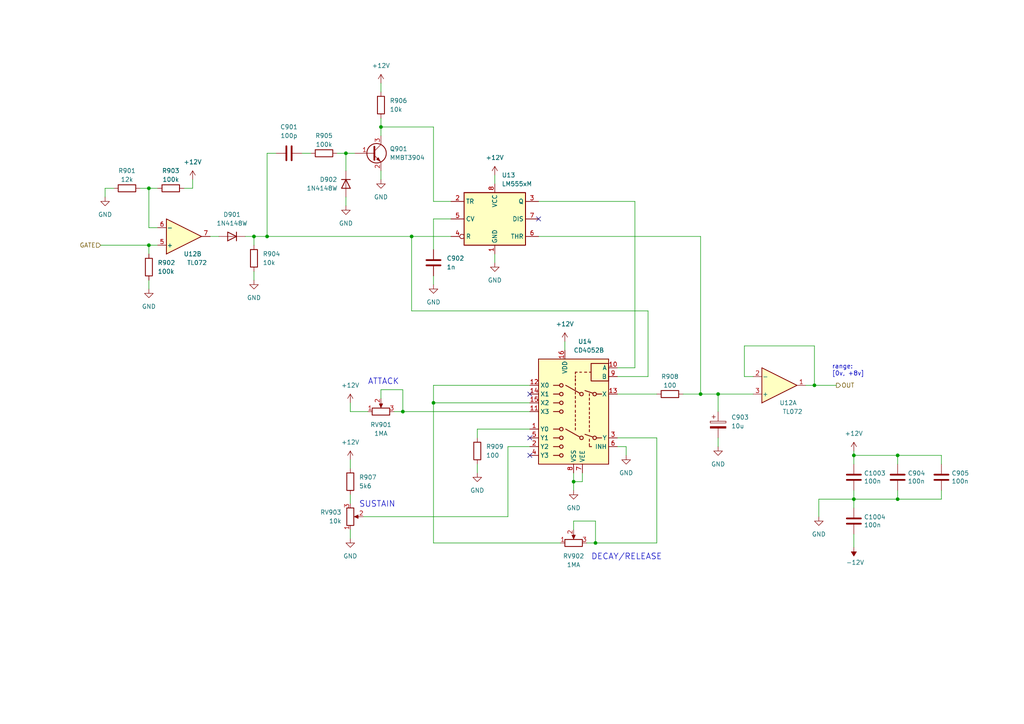
<source format=kicad_sch>
(kicad_sch (version 20211123) (generator eeschema)
  (paper "A4")
  (title_block (title "Micro-Pico Tiny Monosynth") (date "2022-08-18") (rev "0.1") (comment 1 "creativecommons.org/licences/by/4.0") (comment 2 "Licence: CC by 4.0") (comment 3 "Author: Jordan Aceto"))
  (lib_symbols
    (symbol "Amplifier_Operational:TL072" (pin_names (offset 0.127))
      (property "Reference" "U" (at 0 5.08 0))
      (property "Value" "TL072" (at 0 -5.08 0))
      (symbol "TL072_1_1"
        (polyline (pts (xy -5.08 5.08) (xy 5.08 0) (xy -5.08 -5.08) (xy -5.08 5.08)) (stroke (width 0.254)) (fill (type background)))
        (pin output line (at 7.62 0 180) (length 2.54) (name "~") (number "1"))
        (pin input line (at -7.62 -2.54 0) (length 2.54) (name "-") (number "2"))
        (pin input line (at -7.62 2.54 0) (length 2.54) (name "+") (number "3"))
      )
      (symbol "TL072_2_1"
        (polyline (pts (xy -5.08 5.08) (xy 5.08 0) (xy -5.08 -5.08) (xy -5.08 5.08)) (stroke (width 0.254)) (fill (type background)))
        (pin input line (at -7.62 2.54 0) (length 2.54) (name "+") (number "5"))
        (pin input line (at -7.62 -2.54 0) (length 2.54) (name "-") (number "6"))
        (pin output line (at 7.62 0 180) (length 2.54) (name "~") (number "7"))
      )
      (symbol "TL072_3_1"
        (pin power_in line (at -2.54 -7.62 90) (length 3.81) (name "V-") (number "4"))
        (pin power_in line (at -2.54 7.62 270) (length 3.81) (name "V+") (number "8"))
      )
    )
    (symbol "Analog_Switch:CD4052B"
      (property "Reference" "U" (at -10.16 16.51 0))
      (property "Value" "CD4052B" (at 3.81 16.51 0))
      (symbol "CD4052B_0_1"
        (rectangle (start -10.16 8.89) (end -5.08 13.97) (stroke (width 0.254)))
        (rectangle (start -10.16 15.24) (end 10.16 -15.24) (stroke (width 0.254)) (fill (type background)))
        (circle (center -6.096 -7.62) (radius 0.508) (stroke (width 0.254)))
        (circle (center -6.096 5.08) (radius 0.508) (stroke (width 0.254)))
        (circle (center -2.286 -7.62) (radius 0.508) (stroke (width 0.254)))
        (circle (center -2.286 5.08) (radius 0.508) (stroke (width 0.254)))
        (polyline (pts (xy -8.128 -7.62) (xy -6.604 -7.62)) (stroke (width 0.254)))
        (polyline (pts (xy -8.128 5.08) (xy -6.604 5.08)) (stroke (width 0.254)))
        (polyline (pts (xy -5.588 -7.366) (xy -3.302 -6.604)) (stroke (width 0.254)))
        (polyline (pts (xy -5.588 5.334) (xy -3.302 6.096)) (stroke (width 0.254)))
        (polyline (pts (xy -4.572 -10.16) (xy -5.207 -10.16)) (stroke (width 0.254)))
        (polyline (pts (xy -4.572 -9.906) (xy -4.572 -9.271)) (stroke (width 0.254)))
        (polyline (pts (xy -4.572 -8.636) (xy -4.572 -8.001)) (stroke (width 0.254)))
        (polyline (pts (xy -4.572 -5.842) (xy -4.572 -5.207)) (stroke (width 0.254)))
        (polyline (pts (xy -4.572 -4.572) (xy -4.572 -3.937)) (stroke (width 0.254)))
        (polyline (pts (xy -4.572 -3.302) (xy -4.572 -2.667)) (stroke (width 0.254)))
        (polyline (pts (xy -4.572 -2.032) (xy -4.572 -1.397)) (stroke (width 0.254)))
        (polyline (pts (xy -4.572 -0.762) (xy -4.572 -0.127)) (stroke (width 0.254)))
        (polyline (pts (xy -4.572 0.508) (xy -4.572 1.143)) (stroke (width 0.254)))
        (polyline (pts (xy -4.572 2.032) (xy -4.572 2.667)) (stroke (width 0.254)))
        (polyline (pts (xy -4.572 3.302) (xy -4.572 3.937)) (stroke (width 0.254)))
        (polyline (pts (xy -4.572 4.572) (xy -4.572 5.207)) (stroke (width 0.254)))
        (polyline (pts (xy -4.572 11.43) (xy -5.08 11.43)) (stroke (width 0.254)))
        (polyline (pts (xy -3.81 11.43) (xy -3.175 11.43)) (stroke (width 0.254)))
        (polyline (pts (xy -1.778 -7.366) (xy 2.286 -5.08)) (stroke (width 0.254)))
        (polyline (pts (xy -1.778 5.334) (xy 2.286 7.62)) (stroke (width 0.254)))
        (polyline (pts (xy -1.778 11.43) (xy -2.286 11.43)) (stroke (width 0.254)))
        (polyline (pts (xy -0.508 -5.334) (xy -0.508 -4.699)) (stroke (width 0.254)))
        (polyline (pts (xy -0.508 -4.064) (xy -0.508 -3.429)) (stroke (width 0.254)))
        (polyline (pts (xy -0.508 -2.794) (xy -0.508 -2.159)) (stroke (width 0.254)))
        (polyline (pts (xy -0.508 -1.524) (xy -0.508 -0.889)) (stroke (width 0.254)))
        (polyline (pts (xy -0.508 -0.254) (xy -0.508 0.381)) (stroke (width 0.254)))
        (polyline (pts (xy -0.508 1.27) (xy -0.508 1.905)) (stroke (width 0.254)))
        (polyline (pts (xy -0.508 2.54) (xy -0.508 3.175)) (stroke (width 0.254)))
        (polyline (pts (xy -0.508 3.81) (xy -0.508 4.445)) (stroke (width 0.254)))
        (polyline (pts (xy -0.508 5.08) (xy -0.508 5.715)) (stroke (width 0.254)))
        (polyline (pts (xy -0.508 6.35) (xy -0.508 6.985)) (stroke (width 0.254)))
        (polyline (pts (xy -0.508 7.62) (xy -0.508 8.255)) (stroke (width 0.254)))
        (polyline (pts (xy -0.508 8.89) (xy -0.508 9.398)) (stroke (width 0.254)))
        (polyline (pts (xy -0.508 8.89) (xy -0.508 9.525)) (stroke (width 0.254)))
        (polyline (pts (xy -0.508 9.906) (xy -0.508 10.414)) (stroke (width 0.254)))
        (polyline (pts (xy -0.508 10.922) (xy -0.508 11.43)) (stroke (width 0.254)))
        (polyline (pts (xy -0.508 11.43) (xy -1.016 11.43)) (stroke (width 0.254)))
        (polyline (pts (xy 4.064 -12.7) (xy 5.842 -12.7)) (stroke (width 0.254)))
        (polyline (pts (xy 4.064 -10.16) (xy 5.842 -10.16)) (stroke (width 0.254)))
        (polyline (pts (xy 4.064 -7.62) (xy 5.842 -7.62)) (stroke (width 0.254)))
        (polyline (pts (xy 4.064 -5.08) (xy 5.842 -5.08)) (stroke (width 0.254)))
        (polyline (pts (xy 4.064 0) (xy 5.842 0)) (stroke (width 0.254)))
        (polyline (pts (xy 4.064 2.54) (xy 5.842 2.54)) (stroke (width 0.254)))
        (polyline (pts (xy 4.064 5.08) (xy 5.842 5.08)) (stroke (width 0.254)))
        (polyline (pts (xy 4.064 7.62) (xy 5.842 7.62)) (stroke (width 0.254)))
        (circle (center 3.556 -12.7) (radius 0.508) (stroke (width 0.254)))
        (circle (center 3.556 -10.16) (radius 0.508) (stroke (width 0.254)))
        (circle (center 3.556 -7.62) (radius 0.508) (stroke (width 0.254)))
        (circle (center 3.556 -5.08) (radius 0.508) (stroke (width 0.254)))
        (circle (center 3.556 0) (radius 0.508) (stroke (width 0.254)))
        (circle (center 3.556 2.54) (radius 0.508) (stroke (width 0.254)))
        (circle (center 3.556 5.08) (radius 0.508) (stroke (width 0.254)))
        (circle (center 3.556 7.62) (radius 0.508) (stroke (width 0.254)))
      )
      (symbol "CD4052B_1_1"
        (pin bidirectional line (at 12.7 -5.08 180) (length 2.54) (name "Y0") (number "1"))
        (pin input line (at -12.7 12.7 0) (length 2.54) (name "A") (number "10"))
        (pin bidirectional line (at 12.7 0 180) (length 2.54) (name "X3") (number "11"))
        (pin bidirectional line (at 12.7 7.62 180) (length 2.54) (name "X0") (number "12"))
        (pin bidirectional line (at -12.7 5.08 0) (length 2.54) (name "X") (number "13"))
        (pin bidirectional line (at 12.7 5.08 180) (length 2.54) (name "X1") (number "14"))
        (pin bidirectional line (at 12.7 2.54 180) (length 2.54) (name "X2") (number "15"))
        (pin power_in line (at 2.54 17.78 270) (length 2.54) (name "VDD") (number "16"))
        (pin bidirectional line (at 12.7 -10.16 180) (length 2.54) (name "Y2") (number "2"))
        (pin bidirectional line (at -12.7 -7.62 0) (length 2.54) (name "Y") (number "3"))
        (pin bidirectional line (at 12.7 -12.7 180) (length 2.54) (name "Y3") (number "4"))
        (pin bidirectional line (at 12.7 -7.62 180) (length 2.54) (name "Y1") (number "5"))
        (pin input line (at -12.7 -10.16 0) (length 2.54) (name "INH") (number "6"))
        (pin power_in line (at -2.54 -17.78 90) (length 2.54) (name "VEE") (number "7"))
        (pin power_in line (at 0 -17.78 90) (length 2.54) (name "VSS") (number "8"))
        (pin input line (at -12.7 10.16 0) (length 2.54) (name "B") (number "9"))
      )
    )
    (symbol "Device:C" (pin_numbers hide) (pin_names (offset 0.254))
      (property "Reference" "C" (at 0.635 2.54 0))
      (property "Value" "C" (at 0.635 -2.54 0))
      (symbol "C_0_1"
        (polyline (pts (xy -2.032 -0.762) (xy 2.032 -0.762)) (stroke (width 0.508)))
        (polyline (pts (xy -2.032 0.762) (xy 2.032 0.762)) (stroke (width 0.508)))
      )
      (symbol "C_1_1"
        (pin passive line (at 0 3.81 270) (length 2.794) (name "~") (number "1"))
        (pin passive line (at 0 -3.81 90) (length 2.794) (name "~") (number "2"))
      )
    )
    (symbol "Device:C_Polarized" (pin_numbers hide) (pin_names (offset 0.254))
      (property "Reference" "C" (at 0.635 2.54 0))
      (property "Value" "C_Polarized" (at 0.635 -2.54 0))
      (symbol "C_Polarized_0_1"
        (rectangle (start -2.286 0.508) (end 2.286 1.016))
        (polyline (pts (xy -1.778 2.286) (xy -0.762 2.286)))
        (polyline (pts (xy -1.27 2.794) (xy -1.27 1.778)))
        (rectangle (start 2.286 -0.508) (end -2.286 -1.016) (fill (type outline)))
      )
      (symbol "C_Polarized_1_1"
        (pin passive line (at 0 3.81 270) (length 2.794) (name "~") (number "1"))
        (pin passive line (at 0 -3.81 90) (length 2.794) (name "~") (number "2"))
      )
    )
    (symbol "Device:R" (pin_numbers hide) (pin_names (offset 0))
      (property "Reference" "R" (at 2.032 0 90))
      (property "Value" "R" (at 0 0 90))
      (symbol "R_0_1"
        (rectangle (start -1.016 -2.54) (end 1.016 2.54) (stroke (width 0.254)))
      )
      (symbol "R_1_1"
        (pin passive line (at 0 3.81 270) (length 1.27) (name "~") (number "1"))
        (pin passive line (at 0 -3.81 90) (length 1.27) (name "~") (number "2"))
      )
    )
    (symbol "Device:R_Potentiometer" (pin_names (offset 1.016) hide)
      (property "Reference" "RV" (at -4.445 0 90))
      (property "Value" "R_Potentiometer" (at -2.54 0 90))
      (symbol "R_Potentiometer_0_1"
        (polyline (pts (xy 2.54 0) (xy 1.524 0)))
        (polyline (pts (xy 1.143 0) (xy 2.286 0.508) (xy 2.286 -0.508) (xy 1.143 0)) (fill (type outline)))
        (rectangle (start 1.016 2.54) (end -1.016 -2.54) (stroke (width 0.254)))
      )
      (symbol "R_Potentiometer_1_1"
        (pin passive line (at 0 3.81 270) (length 1.27) (name "1") (number "1"))
        (pin passive line (at 3.81 0 180) (length 1.27) (name "2") (number "2"))
        (pin passive line (at 0 -3.81 90) (length 1.27) (name "3") (number "3"))
      )
    )
    (symbol "Diode:1N4148W" (pin_numbers hide) (pin_names (offset 1.016) hide)
      (property "Reference" "D" (at 0 2.54 0))
      (property "Value" "1N4148W" (at 0 -2.54 0))
      (symbol "1N4148W_0_1"
        (polyline (pts (xy -1.27 1.27) (xy -1.27 -1.27)) (stroke (width 0.254)))
        (polyline (pts (xy 1.27 0) (xy -1.27 0)))
        (polyline (pts (xy 1.27 1.27) (xy 1.27 -1.27) (xy -1.27 0) (xy 1.27 1.27)) (stroke (width 0.254)))
      )
      (symbol "1N4148W_1_1"
        (pin passive line (at -3.81 0 0) (length 2.54) (name "K") (number "1"))
        (pin passive line (at 3.81 0 180) (length 2.54) (name "A") (number "2"))
      )
    )
    (symbol "Timer:LM555xM"
      (property "Reference" "U" (at -10.16 8.89 0))
      (property "Value" "LM555xM" (at 2.54 8.89 0))
      (symbol "LM555xM_0_0"
        (pin power_in line (at 0 -10.16 90) (length 2.54) (name "GND") (number "1"))
        (pin power_in line (at 0 10.16 270) (length 2.54) (name "VCC") (number "8"))
      )
      (symbol "LM555xM_0_1"
        (rectangle (start -8.89 -7.62) (end 8.89 7.62) (stroke (width 0.254)) (fill (type background)))
        (rectangle (start -8.89 -7.62) (end 8.89 7.62) (stroke (width 0.254)) (fill (type background)))
      )
      (symbol "LM555xM_1_1"
        (pin input line (at -12.7 5.08 0) (length 3.81) (name "TR") (number "2"))
        (pin output line (at 12.7 5.08 180) (length 3.81) (name "Q") (number "3"))
        (pin input inverted (at -12.7 -5.08 0) (length 3.81) (name "R") (number "4"))
        (pin input line (at -12.7 0 0) (length 3.81) (name "CV") (number "5"))
        (pin input line (at 12.7 -5.08 180) (length 3.81) (name "THR") (number "6"))
        (pin input line (at 12.7 0 180) (length 3.81) (name "DIS") (number "7"))
      )
    )
    (symbol "Transistor_BJT:MMBT3904" (pin_names (offset 0) hide)
      (property "Reference" "Q" (at 5.08 1.905 0))
      (property "Value" "MMBT3904" (at 5.08 0 0))
      (symbol "MMBT3904_0_1"
        (polyline (pts (xy 0.635 0.635) (xy 2.54 2.54)))
        (polyline (pts (xy 0.635 -0.635) (xy 2.54 -2.54) (xy 2.54 -2.54)))
        (polyline (pts (xy 0.635 1.905) (xy 0.635 -1.905) (xy 0.635 -1.905)) (stroke (width 0.508)))
        (polyline (pts (xy 1.27 -1.778) (xy 1.778 -1.27) (xy 2.286 -2.286) (xy 1.27 -1.778) (xy 1.27 -1.778)) (fill (type outline)))
        (circle (center 1.27 0) (radius 2.8194) (stroke (width 0.254)))
      )
      (symbol "MMBT3904_1_1"
        (pin input line (at -5.08 0 0) (length 5.715) (name "B") (number "1"))
        (pin passive line (at 2.54 -5.08 90) (length 2.54) (name "E") (number "2"))
        (pin passive line (at 2.54 5.08 270) (length 2.54) (name "C") (number "3"))
      )
    )
    (symbol "power:+12V" (power) (pin_names (offset 0))
      (property "Value" "+12V" (at 0 3.556 0))
      (symbol "+12V_0_1"
        (polyline (pts (xy -0.762 1.27) (xy 0 2.54)))
        (polyline (pts (xy 0 0) (xy 0 2.54)))
        (polyline (pts (xy 0 2.54) (xy 0.762 1.27)))
      )
      (symbol "+12V_1_1"
        (pin power_in line (at 0 0 90) (length 0) hide (name "+12V") (number "1"))
      )
    )
    (symbol "power:-12V" (power) (pin_names (offset 0))
      (property "Value" "-12V" (at 0 3.81 0))
      (symbol "-12V_0_0"
        (pin power_in line (at 0 0 90) (length 0) hide (name "-12V") (number "1"))
      )
      (symbol "-12V_0_1"
        (polyline (pts (xy 0 0) (xy 0 1.27) (xy 0.762 1.27) (xy 0 2.54) (xy -0.762 1.27) (xy 0 1.27)) (fill (type outline)))
      )
    )
    (symbol "power:GND" (power) (pin_names (offset 0))
      (property "Value" "GND" (at 0 -3.81 0))
      (symbol "GND_0_1"
        (polyline (pts (xy 0 0) (xy 0 -1.27) (xy 1.27 -1.27) (xy 0 -2.54) (xy -1.27 -1.27) (xy 0 -1.27)))
      )
      (symbol "GND_1_1"
        (pin power_in line (at 0 0 270) (length 0) hide (name "GND") (number "1"))
      )
    )
  )
  (junction (at 166.37 139.7))
  (junction (at 125.73 116.84))
  (junction (at 247.65 144.78))
  (junction (at 260.35 132.08))
  (junction (at 260.35 144.78))
  (junction (at 119.38 68.58))
  (junction (at 77.47 68.58))
  (junction (at 236.22 111.76))
  (junction (at 247.65 132.08))
  (junction (at 43.18 54.61))
  (junction (at 73.66 68.58))
  (junction (at 208.28 114.3))
  (junction (at 172.72 157.48))
  (junction (at 203.2 114.3))
  (junction (at 110.49 36.83))
  (junction (at 100.33 44.45))
  (junction (at 43.18 71.12))
  (junction (at 116.84 119.38))
  (no_connect (at 153.67 127))
  (no_connect (at 153.67 132.08))
  (no_connect (at 153.67 114.3))
  (no_connect (at 156.21 63.5))
  (wire (pts (xy 110.49 113.03) (xy 116.84 113.03)))
  (wire (pts (xy 101.6 153.67) (xy 101.6 156.21)))
  (wire (pts (xy 179.07 109.22) (xy 187.96 109.22)))
  (wire (pts (xy 125.73 80.01) (xy 125.73 82.55)))
  (wire (pts (xy 110.49 36.83) (xy 110.49 39.37)))
  (wire (pts (xy 43.18 54.61) (xy 45.72 54.61)))
  (wire (pts (xy 190.5 127) (xy 179.07 127)))
  (wire (pts (xy 181.61 129.54) (xy 181.61 132.08)))
  (wire (pts (xy 166.37 139.7) (xy 168.91 139.7)))
  (wire (pts (xy 208.28 127) (xy 208.28 129.54)))
  (wire (pts (xy 237.49 149.86) (xy 237.49 144.78)))
  (wire (pts (xy 237.49 144.78) (xy 247.65 144.78)))
  (wire (pts (xy 247.65 132.08) (xy 247.65 134.62)))
  (wire (pts (xy 43.18 71.12) (xy 43.18 73.66)))
  (wire (pts (xy 236.22 111.76) (xy 233.68 111.76)))
  (wire (pts (xy 218.44 109.22) (xy 215.9 109.22)))
  (wire (pts (xy 172.72 157.48) (xy 190.5 157.48)))
  (wire (pts (xy 110.49 49.53) (xy 110.49 52.07)))
  (wire (pts (xy 77.47 68.58) (xy 119.38 68.58)))
  (wire (pts (xy 125.73 63.5) (xy 130.81 63.5)))
  (wire (pts (xy 260.35 144.78) (xy 273.05 144.78)))
  (wire (pts (xy 273.05 144.78) (xy 273.05 142.24)))
  (wire (pts (xy 208.28 114.3) (xy 218.44 114.3)))
  (wire (pts (xy 247.65 154.94) (xy 247.65 158.75)))
  (wire (pts (xy 125.73 58.42) (xy 125.73 36.83)))
  (wire (pts (xy 179.07 114.3) (xy 190.5 114.3)))
  (wire (pts (xy 166.37 153.67) (xy 166.37 151.13)))
  (wire (pts (xy 130.81 58.42) (xy 125.73 58.42)))
  (wire (pts (xy 77.47 44.45) (xy 77.47 68.58)))
  (wire (pts (xy 80.01 44.45) (xy 77.47 44.45)))
  (wire (pts (xy 260.35 132.08) (xy 260.35 134.62)))
  (wire (pts (xy 184.15 106.68) (xy 184.15 58.42)))
  (wire (pts (xy 147.32 149.86) (xy 105.41 149.86)))
  (wire (pts (xy 125.73 36.83) (xy 110.49 36.83)))
  (wire (pts (xy 43.18 81.28) (xy 43.18 83.82)))
  (wire (pts (xy 236.22 100.33) (xy 236.22 111.76)))
  (wire (pts (xy 247.65 142.24) (xy 247.65 144.78)))
  (wire (pts (xy 73.66 68.58) (xy 77.47 68.58)))
  (wire (pts (xy 43.18 66.04) (xy 43.18 54.61)))
  (wire (pts (xy 110.49 115.57) (xy 110.49 113.03)))
  (wire (pts (xy 101.6 119.38) (xy 106.68 119.38)))
  (wire (pts (xy 179.07 129.54) (xy 181.61 129.54)))
  (wire (pts (xy 215.9 109.22) (xy 215.9 100.33)))
  (wire (pts (xy 71.12 68.58) (xy 73.66 68.58)))
  (wire (pts (xy 166.37 151.13) (xy 172.72 151.13)))
  (wire (pts (xy 100.33 57.15) (xy 100.33 59.69)))
  (wire (pts (xy 45.72 66.04) (xy 43.18 66.04)))
  (wire (pts (xy 166.37 137.16) (xy 166.37 139.7)))
  (wire (pts (xy 125.73 157.48) (xy 162.56 157.48)))
  (wire (pts (xy 110.49 34.29) (xy 110.49 36.83)))
  (wire (pts (xy 125.73 72.39) (xy 125.73 63.5)))
  (wire (pts (xy 153.67 129.54) (xy 147.32 129.54)))
  (wire (pts (xy 125.73 116.84) (xy 125.73 157.48)))
  (wire (pts (xy 100.33 44.45) (xy 102.87 44.45)))
  (wire (pts (xy 30.48 57.15) (xy 30.48 54.61)))
  (wire (pts (xy 156.21 58.42) (xy 184.15 58.42)))
  (wire (pts (xy 138.43 134.62) (xy 138.43 137.16)))
  (wire (pts (xy 55.88 54.61) (xy 53.34 54.61)))
  (wire (pts (xy 163.83 99.06) (xy 163.83 101.6)))
  (wire (pts (xy 125.73 116.84) (xy 125.73 111.76)))
  (wire (pts (xy 172.72 151.13) (xy 172.72 157.48)))
  (wire (pts (xy 60.96 68.58) (xy 63.5 68.58)))
  (wire (pts (xy 190.5 157.48) (xy 190.5 127)))
  (wire (pts (xy 55.88 52.07) (xy 55.88 54.61)))
  (wire (pts (xy 215.9 100.33) (xy 236.22 100.33)))
  (wire (pts (xy 179.07 106.68) (xy 184.15 106.68)))
  (wire (pts (xy 29.21 71.12) (xy 43.18 71.12)))
  (wire (pts (xy 247.65 132.08) (xy 260.35 132.08)))
  (wire (pts (xy 119.38 68.58) (xy 130.81 68.58)))
  (wire (pts (xy 143.51 73.66) (xy 143.51 76.2)))
  (wire (pts (xy 110.49 24.13) (xy 110.49 26.67)))
  (wire (pts (xy 73.66 68.58) (xy 73.66 71.12)))
  (wire (pts (xy 247.65 144.78) (xy 260.35 144.78)))
  (wire (pts (xy 260.35 142.24) (xy 260.35 144.78)))
  (wire (pts (xy 187.96 90.17) (xy 119.38 90.17)))
  (wire (pts (xy 260.35 132.08) (xy 273.05 132.08)))
  (wire (pts (xy 101.6 143.51) (xy 101.6 146.05)))
  (wire (pts (xy 143.51 50.8) (xy 143.51 53.34)))
  (wire (pts (xy 203.2 114.3) (xy 208.28 114.3)))
  (wire (pts (xy 119.38 90.17) (xy 119.38 68.58)))
  (wire (pts (xy 273.05 132.08) (xy 273.05 134.62)))
  (wire (pts (xy 203.2 114.3) (xy 203.2 68.58)))
  (wire (pts (xy 116.84 119.38) (xy 153.67 119.38)))
  (wire (pts (xy 138.43 127) (xy 138.43 124.46)))
  (wire (pts (xy 247.65 147.32) (xy 247.65 144.78)))
  (wire (pts (xy 43.18 71.12) (xy 45.72 71.12)))
  (wire (pts (xy 236.22 111.76) (xy 242.57 111.76)))
  (wire (pts (xy 30.48 54.61) (xy 33.02 54.61)))
  (wire (pts (xy 125.73 111.76) (xy 153.67 111.76)))
  (wire (pts (xy 73.66 78.74) (xy 73.66 81.28)))
  (wire (pts (xy 147.32 129.54) (xy 147.32 149.86)))
  (wire (pts (xy 101.6 116.84) (xy 101.6 119.38)))
  (wire (pts (xy 170.18 157.48) (xy 172.72 157.48)))
  (wire (pts (xy 168.91 139.7) (xy 168.91 137.16)))
  (wire (pts (xy 101.6 133.35) (xy 101.6 135.89)))
  (wire (pts (xy 198.12 114.3) (xy 203.2 114.3)))
  (wire (pts (xy 208.28 114.3) (xy 208.28 119.38)))
  (wire (pts (xy 97.79 44.45) (xy 100.33 44.45)))
  (wire (pts (xy 187.96 109.22) (xy 187.96 90.17)))
  (wire (pts (xy 138.43 124.46) (xy 153.67 124.46)))
  (wire (pts (xy 166.37 139.7) (xy 166.37 142.24)))
  (wire (pts (xy 116.84 113.03) (xy 116.84 119.38)))
  (wire (pts (xy 203.2 68.58) (xy 156.21 68.58)))
  (wire (pts (xy 40.64 54.61) (xy 43.18 54.61)))
  (wire (pts (xy 114.3 119.38) (xy 116.84 119.38)))
  (wire (pts (xy 247.65 130.81) (xy 247.65 132.08)))
  (wire (pts (xy 153.67 116.84) (xy 125.73 116.84)))
  (wire (pts (xy 87.63 44.45) (xy 90.17 44.45)))
  (wire (pts (xy 100.33 44.45) (xy 100.33 49.53)))
  (text "DECAY/RELEASE" (at 171.45 162.56 0) (effects (font (size 1.7 1.7)) (justify left bottom)))
  (text "SUSTAIN" (at 104.14 147.32 0) (effects (font (size 1.7 1.7)) (justify left bottom)))
  (text "ATTACK" (at 106.68 111.76 0) (effects (font (size 1.7 1.7)) (justify left bottom)))
  (text "range:\n[0v, +8v]" (at 241.3 109.22 0) (effects (font (size 1.27 1.27)) (justify left bottom)))
  (hierarchical_label "GATE" (shape input) (at 29.21 71.12 180))
  (hierarchical_label "OUT" (shape output) (at 242.57 111.76 0))
  (symbol (lib_id "Device:C") (at 273.05 138.43 0) (unit 1)
    (property "Reference" "C905" (at 275.971 137.2616 0) (effects (justify left)))
    (property "Value" "100n" (at 275.971 139.573 0) (effects (justify left)))
    (property "Footprint" "Capacitor_SMD:C_0603_1608Metric" (effects hide))
  )
  (symbol (lib_id "Diode:1N4148W") (at 100.33 53.34 270) (unit 1)
    (property "Reference" "D902" (at 92.71 52.07 90) (effects (justify left)))
    (property "Value" "1N4148W" (at 88.9 54.61 90) (effects (justify left)))
    (property "Footprint" "Diode_SMD:D_SOD-123" (effects hide))
    (property "Datasheet" "https://www.vishay.com/docs/85748/1n4148w.pdf" (effects hide))
  )
  (symbol (lib_id "Device:R") (at 73.66 74.93 0) (unit 1)
    (property "Reference" "R904" (at 76.2 73.6599 0) (effects (justify left)))
    (property "Value" "10k" (at 76.2 76.1999 0) (effects (justify left)))
    (property "Footprint" "Resistor_SMD:R_0603_1608Metric" (effects hide))
  )
  (symbol (lib_id "Device:R") (at 101.6 139.7 0) (unit 1)
    (property "Reference" "R907" (at 104.14 138.4299 0) (effects (justify left)))
    (property "Value" "5k6" (at 104.14 140.9699 0) (effects (justify left)))
    (property "Footprint" "Resistor_SMD:R_0603_1608Metric" (effects hide))
  )
  (symbol (lib_id "Device:R") (at 93.98 44.45 90) (unit 1)
    (property "Reference" "R905" (at 93.98 39.37 90))
    (property "Value" "100k" (at 93.98 41.91 90))
    (property "Footprint" "Resistor_SMD:R_0603_1608Metric" (effects hide))
  )
  (symbol (lib_id "Device:C") (at 260.35 138.43 0) (unit 1)
    (property "Reference" "C904" (at 263.271 137.2616 0) (effects (justify left)))
    (property "Value" "100n" (at 263.271 139.573 0) (effects (justify left)))
    (property "Footprint" "Capacitor_SMD:C_0603_1608Metric" (effects hide))
  )
  (symbol (lib_id "power:GND") (at 181.61 132.08 0) (unit 1)
    (property "Reference" "#PWR0917" (effects hide))
    (property "Value" "GND" (at 181.61 137.16 0))
  )
  (symbol (lib_id "power:-12V") (at 247.65 158.75 0) (mirror x) (unit 1)
    (property "Reference" "#PWR01017" (effects hide))
    (property "Value" "-12V" (at 248.031 163.1442 0))
  )
  (symbol (lib_id "power:GND") (at 237.49 149.86 0) (unit 1)
    (property "Reference" "#PWR01015" (effects hide))
    (property "Value" "GND" (at 237.49 154.94 0))
  )
  (symbol (lib_id "power:GND") (at 138.43 137.16 0) (mirror y) (unit 1)
    (property "Reference" "#PWR0914" (effects hide))
    (property "Value" "GND" (at 138.43 142.24 0))
  )
  (symbol (lib_id "Device:R_Potentiometer") (at 166.37 157.48 90) (unit 1)
    (property "Reference" "RV902" (at 166.37 161.29 90))
    (property "Value" "1MA" (at 166.37 163.83 90))
    (property "Footprint" "custom_footprints:Alpha_RD901F" (effects hide))
  )
  (symbol (lib_id "power:+12V") (at 143.51 50.8 0) (unit 1)
    (property "Reference" "#PWR0912" (effects hide))
    (property "Value" "+12V" (at 143.51 45.72 0))
  )
  (symbol (lib_id "Device:C") (at 247.65 138.43 0) (unit 1)
    (property "Reference" "C1003" (at 250.571 137.2616 0) (effects (justify left)))
    (property "Value" "100n" (at 250.571 139.573 0) (effects (justify left)))
    (property "Footprint" "Capacitor_SMD:C_0603_1608Metric" (effects hide))
  )
  (symbol (lib_id "Device:C") (at 125.73 76.2 0) (unit 1)
    (property "Reference" "C902" (at 129.54 74.9299 0) (effects (justify left)))
    (property "Value" "1n" (at 129.54 77.4699 0) (effects (justify left)))
    (property "Footprint" "Capacitor_SMD:C_0603_1608Metric" (effects hide))
  )
  (symbol (lib_id "power:+12V") (at 163.83 99.06 0) (unit 1)
    (property "Reference" "#PWR0915" (effects hide))
    (property "Value" "+12V" (at 163.83 93.98 0))
  )
  (symbol (lib_id "Device:R") (at 36.83 54.61 90) (unit 1)
    (property "Reference" "R901" (at 36.83 49.53 90))
    (property "Value" "12k" (at 36.83 52.07 90))
    (property "Footprint" "Resistor_SMD:R_0603_1608Metric" (effects hide))
  )
  (symbol (lib_id "power:+12V") (at 55.88 52.07 0) (unit 1)
    (property "Reference" "#PWR0903" (effects hide))
    (property "Value" "+12V" (at 55.88 46.99 0))
  )
  (symbol (lib_id "Device:R") (at 138.43 130.81 0) (unit 1)
    (property "Reference" "R909" (at 140.97 129.5399 0) (effects (justify left)))
    (property "Value" "100" (at 140.97 132.0799 0) (effects (justify left)))
    (property "Footprint" "Resistor_SMD:R_0603_1608Metric" (effects hide))
  )
  (symbol (lib_id "Transistor_BJT:MMBT3904") (at 107.95 44.45 0) (unit 1)
    (property "Reference" "Q901" (at 113.03 43.1799 0) (effects (justify left)))
    (property "Value" "MMBT3904" (at 113.03 45.7199 0) (effects (justify left)))
    (property "Footprint" "Package_TO_SOT_SMD:SOT-23" (effects hide))
    (property "Datasheet" "https://www.onsemi.com/pub/Collateral/2N3903-D.PDF" (effects hide))
  )
  (symbol (lib_id "Amplifier_Operational:TL072") (at 226.06 111.76 0) (mirror x) (unit 1)
    (property "Reference" "U12" (at 228.6 116.84 0))
    (property "Value" "TL072" (at 229.87 119.38 0))
    (property "Footprint" "Package_SO:SOIC-8_3.9x4.9mm_P1.27mm" (effects hide))
    (property "Datasheet" "http://www.ti.com/lit/ds/symlink/tl071.pdf" (effects hide))
  )
  (symbol (lib_id "Device:C") (at 83.82 44.45 90) (unit 1)
    (property "Reference" "C901" (at 83.82 36.83 90))
    (property "Value" "100p" (at 83.82 39.37 90))
    (property "Footprint" "Capacitor_SMD:C_0603_1608Metric" (effects hide))
  )
  (symbol (lib_id "Device:R_Potentiometer") (at 110.49 119.38 90) (unit 1)
    (property "Reference" "RV901" (at 110.49 123.19 90))
    (property "Value" "1MA" (at 110.49 125.73 90))
    (property "Footprint" "custom_footprints:Alpha_RD901F" (effects hide))
  )
  (symbol (lib_id "power:GND") (at 73.66 81.28 0) (unit 1)
    (property "Reference" "#PWR0904" (effects hide))
    (property "Value" "GND" (at 73.66 86.36 0))
  )
  (symbol (lib_id "Timer:LM555xM") (at 143.51 63.5 0) (unit 1)
    (property "Reference" "U13" (at 145.5294 50.8 0) (effects (justify left)))
    (property "Value" "LM555xM" (at 145.5294 53.34 0) (effects (justify left)))
    (property "Footprint" "Package_SO:SOIC-8_3.9x4.9mm_P1.27mm" (effects hide))
    (property "Datasheet" "http://www.ti.com/lit/ds/symlink/lm555.pdf" (effects hide))
  )
  (symbol (lib_id "power:+12V") (at 247.65 130.81 0) (unit 1)
    (property "Reference" "#PWR01016" (effects hide))
    (property "Value" "+12V" (at 247.65 125.73 0))
  )
  (symbol (lib_id "Device:C_Polarized") (at 208.28 123.19 0) (unit 1)
    (property "Reference" "C903" (at 212.09 121.0309 0) (effects (justify left)))
    (property "Value" "10u" (at 212.09 123.5709 0) (effects (justify left)))
    (property "Footprint" "Capacitor_THT:CP_Radial_D6.3mm_P2.50mm" (effects hide))
  )
  (symbol (lib_id "power:GND") (at 100.33 59.69 0) (unit 1)
    (property "Reference" "#PWR0905" (effects hide))
    (property "Value" "GND" (at 100.33 64.77 0))
  )
  (symbol (lib_id "power:GND") (at 208.28 129.54 0) (unit 1)
    (property "Reference" "#PWR0918" (effects hide))
    (property "Value" "GND" (at 208.28 134.62 0))
  )
  (symbol (lib_id "Device:C") (at 247.65 151.13 0) (unit 1)
    (property "Reference" "C1004" (at 250.571 149.9616 0) (effects (justify left)))
    (property "Value" "100n" (at 250.571 152.273 0) (effects (justify left)))
    (property "Footprint" "Capacitor_SMD:C_0603_1608Metric" (effects hide))
  )
  (symbol (lib_id "power:GND") (at 166.37 142.24 0) (unit 1)
    (property "Reference" "#PWR0916" (effects hide))
    (property "Value" "GND" (at 166.37 147.32 0))
  )
  (symbol (lib_id "power:GND") (at 125.73 82.55 0) (unit 1)
    (property "Reference" "#PWR0911" (effects hide))
    (property "Value" "GND" (at 125.73 87.63 0))
  )
  (symbol (lib_id "power:+12V") (at 101.6 133.35 0) (unit 1)
    (property "Reference" "#PWR0909" (effects hide))
    (property "Value" "+12V" (at 101.6 128.27 0))
  )
  (symbol (lib_id "power:GND") (at 43.18 83.82 0) (unit 1)
    (property "Reference" "#PWR0902" (effects hide))
    (property "Value" "GND" (at 43.18 88.9 0))
  )
  (symbol (lib_id "power:GND") (at 143.51 76.2 0) (unit 1)
    (property "Reference" "#PWR0913" (effects hide))
    (property "Value" "GND" (at 143.51 81.28 0))
  )
  (symbol (lib_id "power:+12V") (at 110.49 24.13 0) (unit 1)
    (property "Reference" "#PWR0906" (effects hide))
    (property "Value" "+12V" (at 110.49 19.05 0))
  )
  (symbol (lib_id "Device:R") (at 194.31 114.3 90) (unit 1)
    (property "Reference" "R908" (at 194.31 109.22 90))
    (property "Value" "100" (at 194.31 111.76 90))
    (property "Footprint" "Resistor_SMD:R_0603_1608Metric" (effects hide))
  )
  (symbol (lib_id "Device:R") (at 49.53 54.61 90) (unit 1)
    (property "Reference" "R903" (at 49.53 49.53 90))
    (property "Value" "100k" (at 49.53 52.07 90))
    (property "Footprint" "Resistor_SMD:R_0603_1608Metric" (effects hide))
  )
  (symbol (lib_id "power:GND") (at 101.6 156.21 0) (unit 1)
    (property "Reference" "#PWR0910" (effects hide))
    (property "Value" "GND" (at 101.6 161.29 0))
  )
  (symbol (lib_id "Device:R_Potentiometer") (at 101.6 149.86 0) (mirror x) (unit 1)
    (property "Reference" "RV903" (at 99.06 148.5899 0) (effects (justify right)))
    (property "Value" "10k" (at 99.06 151.1299 0) (effects (justify right)))
    (property "Footprint" "custom_footprints:Alpha_RD901F" (effects hide))
  )
  (symbol (lib_id "power:GND") (at 110.49 52.07 0) (unit 1)
    (property "Reference" "#PWR0907" (effects hide))
    (property "Value" "GND" (at 110.49 57.15 0))
  )
  (symbol (lib_id "Diode:1N4148W") (at 67.31 68.58 180) (unit 1)
    (property "Reference" "D901" (at 67.31 62.23 0))
    (property "Value" "1N4148W" (at 67.31 64.77 0))
    (property "Footprint" "Diode_SMD:D_SOD-123" (effects hide))
    (property "Datasheet" "https://www.vishay.com/docs/85748/1n4148w.pdf" (effects hide))
  )
  (symbol (lib_id "Device:R") (at 110.49 30.48 0) (unit 1)
    (property "Reference" "R906" (at 113.03 29.2099 0) (effects (justify left)))
    (property "Value" "10k" (at 113.03 31.7499 0) (effects (justify left)))
    (property "Footprint" "Resistor_SMD:R_0603_1608Metric" (effects hide))
  )
  (symbol (lib_id "power:GND") (at 30.48 57.15 0) (unit 1)
    (property "Reference" "#PWR0901" (effects hide))
    (property "Value" "GND" (at 30.48 62.23 0))
  )
  (symbol (lib_id "power:+12V") (at 101.6 116.84 0) (unit 1)
    (property "Reference" "#PWR0908" (effects hide))
    (property "Value" "+12V" (at 101.6 111.76 0))
  )
  (symbol (lib_id "Analog_Switch:CD4052B") (at 166.37 119.38 0) (mirror y) (unit 1)
    (property "Reference" "U14" (at 167.64 99.06 0) (effects (justify right)))
    (property "Value" "CD4052B" (at 166.37 101.6 0) (effects (justify right)))
    (property "Footprint" "Package_SO:SOIC-16_3.9x9.9mm_P1.27mm" (effects hide))
    (property "Datasheet" "http://www.ti.com/lit/ds/symlink/cd4052b.pdf" (effects hide))
  )
  (symbol (lib_id "Device:R") (at 43.18 77.47 0) (unit 1)
    (property "Reference" "R902" (at 45.72 76.1999 0) (effects (justify left)))
    (property "Value" "100k" (at 45.72 78.7399 0) (effects (justify left)))
    (property "Footprint" "Resistor_SMD:R_0603_1608Metric" (effects hide))
  )
  (symbol (lib_id "Amplifier_Operational:TL072") (at 53.34 68.58 0) (mirror x) (unit 2)
    (property "Reference" "U12" (at 55.88 73.66 0))
    (property "Value" "TL072" (at 57.15 76.2 0))
    (property "Footprint" "Package_SO:SOIC-8_3.9x4.9mm_P1.27mm" (effects hide))
    (property "Datasheet" "http://www.ti.com/lit/ds/symlink/tl071.pdf" (effects hide))
  )
)
</source>
